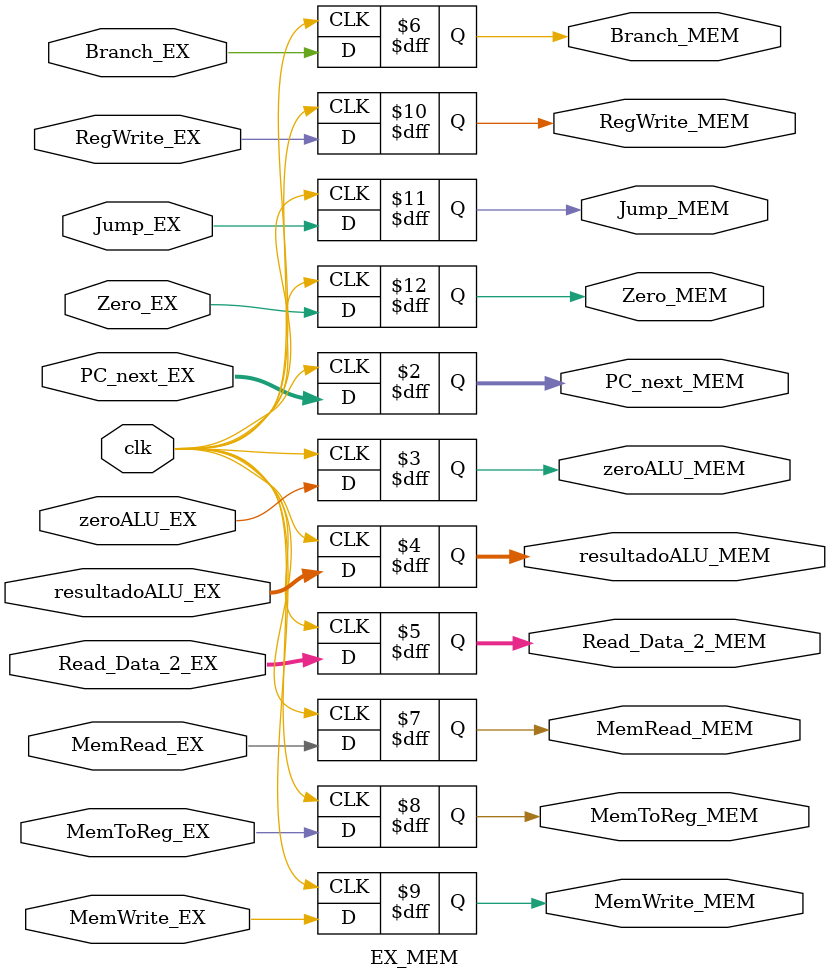
<source format=v>
`timescale 1ns / 1ps
module EX_MEM(
	input clk,
	input [31:0] PC_next_EX,
	input zeroALU_EX,
	input [31:0] resultadoALU_EX,
	input [31:0] Read_Data_2_EX,
	output reg [31:0] PC_next_MEM,
	output reg zeroALU_MEM,
	output reg [31:0] resultadoALU_MEM,
	output reg [31:0] Read_Data_2_MEM,
	input Branch_EX,
	input MemRead_EX,
	input MemToReg_EX,
	input MemWrite_EX,
	input RegWrite_EX,
	input Jump_EX,
	input Zero_EX,
	output reg Branch_MEM,
	output reg MemRead_MEM,
	output reg MemToReg_MEM,
	output reg MemWrite_MEM,
	output reg RegWrite_MEM,
	output reg Jump_MEM,
	output reg Zero_MEM
    );


	always@(posedge clk)
	begin
		PC_next_MEM <= PC_next_EX;
		zeroALU_MEM <= zeroALU_EX;
		resultadoALU_MEM <= resultadoALU_EX;
		Read_Data_2_MEM <= Read_Data_2_EX;
		Branch_MEM<=Branch_EX;
		MemRead_MEM<=MemRead_EX;
		MemToReg_MEM<=MemToReg_EX;
		MemWrite_MEM<=MemWrite_EX;
		RegWrite_MEM<=RegWrite_EX;
		Jump_MEM<=Jump_EX;
		Zero_MEM<=Zero_EX;
	end



endmodule

</source>
